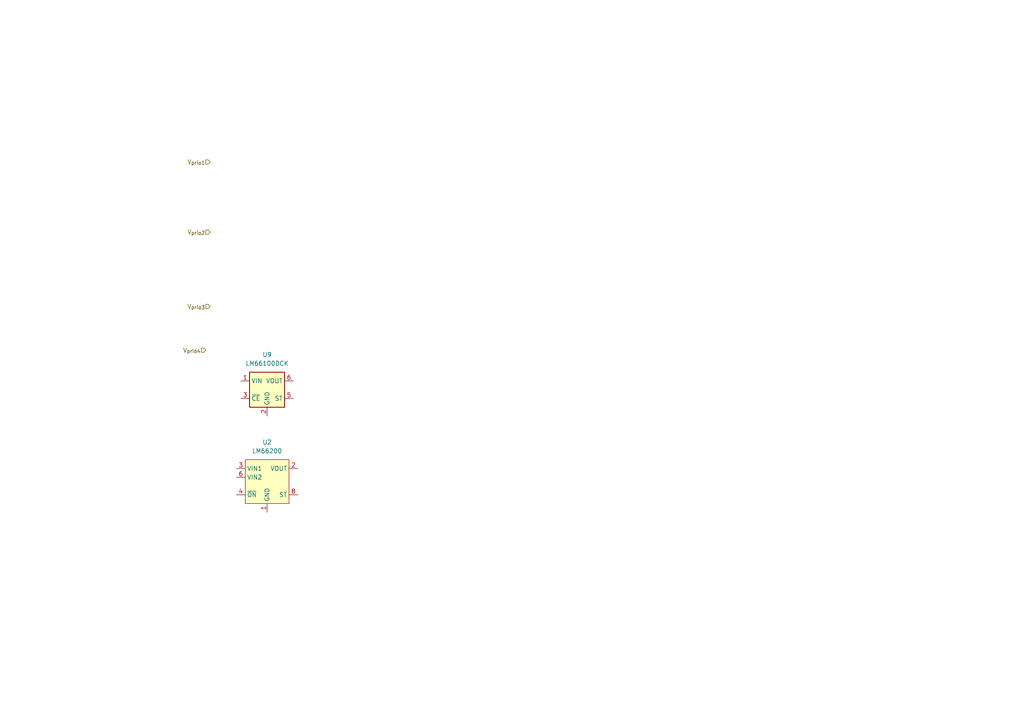
<source format=kicad_sch>
(kicad_sch (version 20231120) (generator "eeschema") (generator_version "8.0")
  (paper "A4")
  (lib_symbols
    (symbol "Power_Management:LM66100DCK"
      (property "Reference" "U" (at -5.08 6.096 0))
      (property "Value" "LM66100DCK" (at 0.254 -6.35 0))
      (symbol "LM66100DCK_0_1"
        (rectangle (start -5.08 5.08) (end 5.08 -5.08) (stroke (width 0.254)) (fill (type background)))
      )
      (symbol "LM66100DCK_1_1"
        (pin power_in line (at -7.62 2.54 0) (length 2.54) (name "VIN") (number "1"))
        (pin power_in line (at 0 -7.62 90) (length 2.54) (name "GND") (number "2"))
        (pin input line (at -7.62 -2.54 0) (length 2.54) (name "~{CE}") (number "3"))
        (pin no_connect line (at 0 5.08 270) (length 2.54) hide (name "NC") (number "4"))
        (pin open_collector line (at 7.62 -2.54 180) (length 2.54) (name "ST") (number "5"))
        (pin power_out line (at 7.62 2.54 180) (length 2.54) (name "VOUT") (number "6"))
      )
    )
    (symbol "oas:LM66200"
      (property "Reference" "U" (at -0.254 3.302 0))
      (property "Value" "LM66200" (at 0 1.27 0))
      (symbol "LM66200_1_1"
        (rectangle (start -6.35 0) (end 6.35 -12.7) (fill (type background)))
        (pin input line (at 0 -15.24 90) (length 2.54) (name "GND") (number "1"))
        (pin input line (at 8.89 -2.54 180) (length 2.54) (name "VOUT") (number "2"))
        (pin input line (at -8.89 -2.54 0) (length 2.54) (name "VIN1") (number "3"))
        (pin input line (at -8.89 -10.16 0) (length 2.54) (name "~{ON}") (number "4"))
        (pin input line (at 0 -15.24 90) (length 2.54) hide (name "GND") (number "5"))
        (pin input line (at -8.89 -5.08 0) (length 2.54) (name "VIN2") (number "6"))
        (pin input line (at 8.89 -2.54 180) (length 2.54) hide (name "VOUT") (number "7"))
        (pin input line (at 8.89 -10.16 180) (length 2.54) (name "ST") (number "8"))
      )
    )
  )
  (hierarchical_label "V_{prio1}" (shape input) (at 60.96 46.99 180))
  (hierarchical_label "V_{prio2}" (shape input) (at 60.96 67.31 180))
  (hierarchical_label "V_{prio3}" (shape input) (at 60.96 88.9 180))
  (hierarchical_label "V_{prio4}" (shape input) (at 59.69 101.6 180))
  (symbol (lib_id "Power_Management:LM66100DCK") (at 77.47 113.03 0) (unit 1)
    (property "Reference" "U9" (at 77.47 102.87 0))
    (property "Value" "LM66100DCK" (at 77.47 105.41 0))
    (property "Footprint" "Package_TO_SOT_SMD:SOT-363_SC-70-6" (effects (hide yes)))
    (property "Datasheet" "https://www.ti.com/lit/ds/symlink/lm66100.pdf" (effects (hide yes)))
    (property "Description" "Ideal Diode With Input Polarity Protection 1.5 - 5.5V  Input Voltage, 1.5A Output Current, Ron 141 mOhm, SC-70-6" (effects (hide yes)))
  )
  (symbol (lib_id "oas:LM66200") (at 77.47 133.35 0) (unit 1)
    (property "Reference" "U2" (at 77.47 128.27 0))
    (property "Value" "LM66200" (at 77.47 130.81 0))
    (property "Footprint" "Package_SON:Texas_R-PUSON-N8_USON-8-1EP_1.6x2.1mm_P0.5mm_EP0.4x1.7mm" (effects (hide yes)))
    (property "Datasheet" "https://www.ti.com/lit/ds/symlink/lm66200.pdf" (effects (hide yes)))
  )
)
</source>
